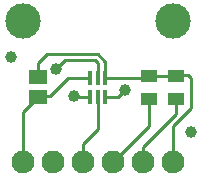
<source format=gbr>
G04 EAGLE Gerber RS-274X export*
G75*
%MOMM*%
%FSLAX34Y34*%
%LPD*%
%INTop Copper*%
%IPPOS*%
%AMOC8*
5,1,8,0,0,1.08239X$1,22.5*%
G01*
%ADD10R,0.400000X1.300000*%
%ADD11C,1.930400*%
%ADD12R,1.500000X1.300000*%
%ADD13C,1.000000*%
%ADD14C,3.000000*%
%ADD15R,1.400000X1.100000*%
%ADD16C,0.254000*%
%ADD17C,1.008000*%


D10*
X95400Y96900D03*
X88900Y96900D03*
X82400Y96900D03*
X82400Y80900D03*
X88900Y80900D03*
X95400Y80900D03*
D11*
X25400Y25400D03*
X50800Y25400D03*
X76200Y25400D03*
X101600Y25400D03*
X127000Y25400D03*
X152400Y25400D03*
D12*
X38100Y97400D03*
X38100Y80400D03*
D13*
X15240Y114300D03*
X167640Y50800D03*
D14*
X152400Y144780D03*
X25400Y144780D03*
D15*
X154940Y78900D03*
X154940Y98900D03*
X132080Y78900D03*
X132080Y98900D03*
D16*
X38100Y97400D02*
X38100Y109220D01*
X45720Y116840D01*
X88900Y116840D01*
X95400Y110340D02*
X95400Y96900D01*
X95400Y110340D02*
X88900Y116840D01*
X132080Y98900D02*
X154940Y98900D01*
X130080Y96900D02*
X95400Y96900D01*
X130080Y96900D02*
X132080Y98900D01*
X152400Y55880D02*
X152400Y25400D01*
X152400Y55880D02*
X167640Y71120D01*
X167640Y96520D01*
X165100Y99060D01*
X155100Y99060D01*
X154940Y98900D01*
X25400Y67700D02*
X25400Y25400D01*
X25400Y67700D02*
X38100Y80400D01*
X63880Y96900D02*
X82400Y96900D01*
X63880Y96900D02*
X48260Y81280D01*
X38980Y81280D01*
X38100Y80400D01*
X154940Y78900D02*
X154940Y66040D01*
X127000Y38100D01*
X127000Y25400D01*
X106300Y80900D02*
X95400Y80900D01*
X106300Y80900D02*
X111760Y86360D01*
D17*
X111760Y86360D03*
D16*
X132080Y55880D02*
X101600Y25400D01*
X132080Y55880D02*
X132080Y78900D01*
X82400Y80900D02*
X68960Y80900D01*
X68580Y81280D01*
D17*
X68580Y81280D03*
D16*
X88900Y80900D02*
X88900Y53340D01*
X76200Y40640D01*
X76200Y25400D01*
X88900Y96900D02*
X88900Y109220D01*
X86360Y111760D01*
X60960Y111760D01*
X53340Y104140D01*
D17*
X53340Y104140D03*
M02*

</source>
